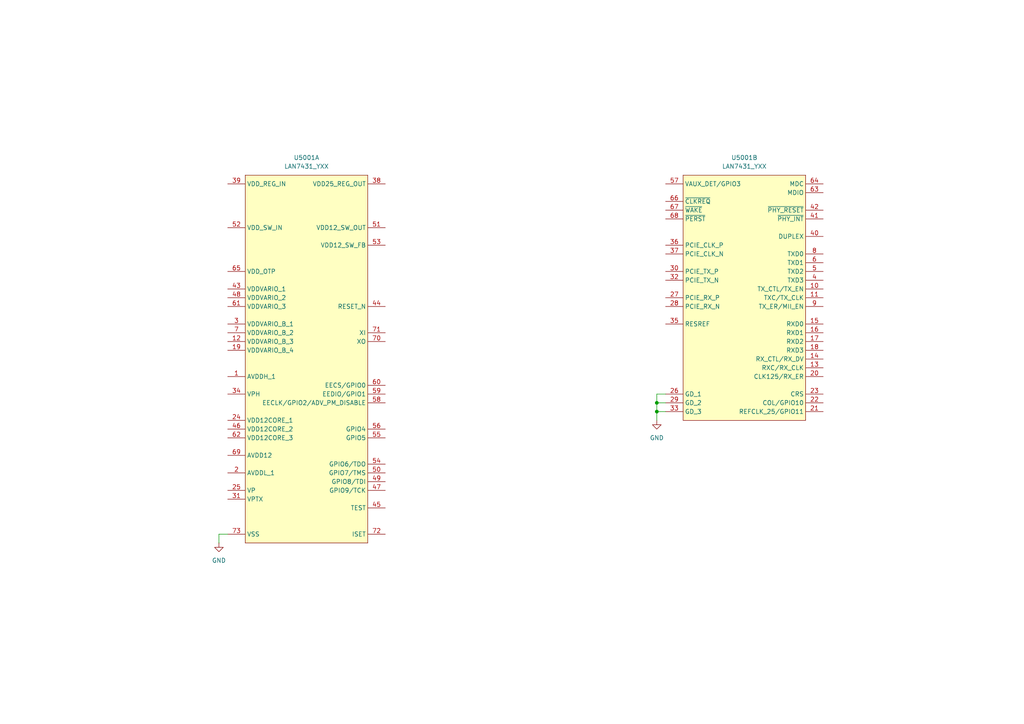
<source format=kicad_sch>
(kicad_sch
	(version 20250114)
	(generator "eeschema")
	(generator_version "9.0")
	(uuid "13a6a9fa-8967-4f5c-a1f9-086035fee7b9")
	(paper "A4")
	(lib_symbols
		(symbol "PCIE-FABRIC:LAN7431_YXX"
			(exclude_from_sim no)
			(in_bom yes)
			(on_board yes)
			(property "Reference" "U"
				(at 0 5.08 0)
				(effects
					(font
						(size 1.27 1.27)
					)
				)
			)
			(property "Value" "LAN7431_YXX"
				(at 0 2.54 0)
				(effects
					(font
						(size 1.27 1.27)
					)
				)
			)
			(property "Footprint" "QFN50P1000X1000X100-73N-D"
				(at -15.24 -109.22 0)
				(effects
					(font
						(size 1.27 1.27)
					)
					(justify left top)
					(hide yes)
				)
			)
			(property "Datasheet" "http://ww1.microchip.com/downloads/en/DeviceDoc/LAN7430-LAN7431-Data%20Sheet-DS00002631B.pdf"
				(at -55.88 -209.22 0)
				(effects
					(font
						(size 1.27 1.27)
					)
					(justify left top)
					(hide yes)
				)
			)
			(property "Description" "Ethernet ICs PCIe 3.1 2.5GT/s to RGMII Ethernet Bridge."
				(at 0 -113.03 0)
				(effects
					(font
						(size 1.27 1.27)
					)
					(hide yes)
				)
			)
			(property "Height" "1"
				(at 57.15 -359.36 0)
				(effects
					(font
						(size 1.27 1.27)
					)
					(justify left top)
					(hide yes)
				)
			)
			(property "Mouser Part Number" "579-LAN7431/YXX"
				(at 57.15 -459.36 0)
				(effects
					(font
						(size 1.27 1.27)
					)
					(justify left top)
					(hide yes)
				)
			)
			(property "Mouser Price/Stock" "https://www.mouser.co.uk/ProductDetail/Microchip-Technology-Atmel/LAN7431-YXX?qs=u16ybLDytRbE3sG7k2yfdw%3D%3D"
				(at 57.15 -559.36 0)
				(effects
					(font
						(size 1.27 1.27)
					)
					(justify left top)
					(hide yes)
				)
			)
			(property "Manufacturer_Name" "Microchip"
				(at 57.15 -659.36 0)
				(effects
					(font
						(size 1.27 1.27)
					)
					(justify left top)
					(hide yes)
				)
			)
			(property "Manufacturer_Part_Number" "LAN7431/YXX"
				(at 57.15 -759.36 0)
				(effects
					(font
						(size 1.27 1.27)
					)
					(justify left top)
					(hide yes)
				)
			)
			(property "ki_locked" ""
				(at 0 0 0)
				(effects
					(font
						(size 1.27 1.27)
					)
				)
			)
			(symbol "LAN7431_YXX_1_1"
				(rectangle
					(start -17.78 0)
					(end 17.78 -106.68)
					(stroke
						(width 0)
						(type solid)
					)
					(fill
						(type background)
					)
				)
				(pin power_in line
					(at -22.86 -2.54 0)
					(length 5.08)
					(name "VDD_REG_IN"
						(effects
							(font
								(size 1.27 1.27)
							)
						)
					)
					(number "39"
						(effects
							(font
								(size 1.27 1.27)
							)
						)
					)
				)
				(pin power_in line
					(at -22.86 -15.24 0)
					(length 5.08)
					(name "VDD_SW_IN"
						(effects
							(font
								(size 1.27 1.27)
							)
						)
					)
					(number "52"
						(effects
							(font
								(size 1.27 1.27)
							)
						)
					)
				)
				(pin power_in line
					(at -22.86 -27.94 0)
					(length 5.08)
					(name "VDD_OTP"
						(effects
							(font
								(size 1.27 1.27)
							)
						)
					)
					(number "65"
						(effects
							(font
								(size 1.27 1.27)
							)
						)
					)
				)
				(pin power_in line
					(at -22.86 -33.02 0)
					(length 5.08)
					(name "VDDVARIO_1"
						(effects
							(font
								(size 1.27 1.27)
							)
						)
					)
					(number "43"
						(effects
							(font
								(size 1.27 1.27)
							)
						)
					)
				)
				(pin power_in line
					(at -22.86 -35.56 0)
					(length 5.08)
					(name "VDDVARIO_2"
						(effects
							(font
								(size 1.27 1.27)
							)
						)
					)
					(number "48"
						(effects
							(font
								(size 1.27 1.27)
							)
						)
					)
				)
				(pin power_in line
					(at -22.86 -38.1 0)
					(length 5.08)
					(name "VDDVARIO_3"
						(effects
							(font
								(size 1.27 1.27)
							)
						)
					)
					(number "61"
						(effects
							(font
								(size 1.27 1.27)
							)
						)
					)
				)
				(pin power_in line
					(at -22.86 -43.18 0)
					(length 5.08)
					(name "VDDVARIO_B_1"
						(effects
							(font
								(size 1.27 1.27)
							)
						)
					)
					(number "3"
						(effects
							(font
								(size 1.27 1.27)
							)
						)
					)
				)
				(pin power_in line
					(at -22.86 -45.72 0)
					(length 5.08)
					(name "VDDVARIO_B_2"
						(effects
							(font
								(size 1.27 1.27)
							)
						)
					)
					(number "7"
						(effects
							(font
								(size 1.27 1.27)
							)
						)
					)
				)
				(pin power_in line
					(at -22.86 -48.26 0)
					(length 5.08)
					(name "VDDVARIO_B_3"
						(effects
							(font
								(size 1.27 1.27)
							)
						)
					)
					(number "12"
						(effects
							(font
								(size 1.27 1.27)
							)
						)
					)
				)
				(pin power_in line
					(at -22.86 -50.8 0)
					(length 5.08)
					(name "VDDVARIO_B_4"
						(effects
							(font
								(size 1.27 1.27)
							)
						)
					)
					(number "19"
						(effects
							(font
								(size 1.27 1.27)
							)
						)
					)
				)
				(pin power_in line
					(at -22.86 -58.42 0)
					(length 5.08)
					(name "AVDDH_1"
						(effects
							(font
								(size 1.27 1.27)
							)
						)
					)
					(number "1"
						(effects
							(font
								(size 1.27 1.27)
							)
						)
					)
				)
				(pin power_in line
					(at -22.86 -63.5 0)
					(length 5.08)
					(name "VPH"
						(effects
							(font
								(size 1.27 1.27)
							)
						)
					)
					(number "34"
						(effects
							(font
								(size 1.27 1.27)
							)
						)
					)
				)
				(pin power_in line
					(at -22.86 -71.12 0)
					(length 5.08)
					(name "VDD12CORE_1"
						(effects
							(font
								(size 1.27 1.27)
							)
						)
					)
					(number "24"
						(effects
							(font
								(size 1.27 1.27)
							)
						)
					)
				)
				(pin power_in line
					(at -22.86 -73.66 0)
					(length 5.08)
					(name "VDD12CORE_2"
						(effects
							(font
								(size 1.27 1.27)
							)
						)
					)
					(number "46"
						(effects
							(font
								(size 1.27 1.27)
							)
						)
					)
				)
				(pin power_in line
					(at -22.86 -76.2 0)
					(length 5.08)
					(name "VDD12CORE_3"
						(effects
							(font
								(size 1.27 1.27)
							)
						)
					)
					(number "62"
						(effects
							(font
								(size 1.27 1.27)
							)
						)
					)
				)
				(pin power_in line
					(at -22.86 -81.28 0)
					(length 5.08)
					(name "AVDD12"
						(effects
							(font
								(size 1.27 1.27)
							)
						)
					)
					(number "69"
						(effects
							(font
								(size 1.27 1.27)
							)
						)
					)
				)
				(pin power_in line
					(at -22.86 -86.36 0)
					(length 5.08)
					(name "AVDDL_1"
						(effects
							(font
								(size 1.27 1.27)
							)
						)
					)
					(number "2"
						(effects
							(font
								(size 1.27 1.27)
							)
						)
					)
				)
				(pin power_in line
					(at -22.86 -91.44 0)
					(length 5.08)
					(name "VP"
						(effects
							(font
								(size 1.27 1.27)
							)
						)
					)
					(number "25"
						(effects
							(font
								(size 1.27 1.27)
							)
						)
					)
				)
				(pin power_in line
					(at -22.86 -93.98 0)
					(length 5.08)
					(name "VPTX"
						(effects
							(font
								(size 1.27 1.27)
							)
						)
					)
					(number "31"
						(effects
							(font
								(size 1.27 1.27)
							)
						)
					)
				)
				(pin passive line
					(at -22.86 -104.14 0)
					(length 5.08)
					(name "VSS"
						(effects
							(font
								(size 1.27 1.27)
							)
						)
					)
					(number "73"
						(effects
							(font
								(size 1.27 1.27)
							)
						)
					)
				)
				(pin power_out line
					(at 22.86 -2.54 180)
					(length 5.08)
					(name "VDD25_REG_OUT"
						(effects
							(font
								(size 1.27 1.27)
							)
						)
					)
					(number "38"
						(effects
							(font
								(size 1.27 1.27)
							)
						)
					)
				)
				(pin power_out line
					(at 22.86 -15.24 180)
					(length 5.08)
					(name "VDD12_SW_OUT"
						(effects
							(font
								(size 1.27 1.27)
							)
						)
					)
					(number "51"
						(effects
							(font
								(size 1.27 1.27)
							)
						)
					)
				)
				(pin input line
					(at 22.86 -20.32 180)
					(length 5.08)
					(name "VDD12_SW_FB"
						(effects
							(font
								(size 1.27 1.27)
							)
						)
					)
					(number "53"
						(effects
							(font
								(size 1.27 1.27)
							)
						)
					)
				)
				(pin passive line
					(at 22.86 -38.1 180)
					(length 5.08)
					(name "RESET_N"
						(effects
							(font
								(size 1.27 1.27)
							)
						)
					)
					(number "44"
						(effects
							(font
								(size 1.27 1.27)
							)
						)
					)
				)
				(pin input line
					(at 22.86 -45.72 180)
					(length 5.08)
					(name "XI"
						(effects
							(font
								(size 1.27 1.27)
							)
						)
					)
					(number "71"
						(effects
							(font
								(size 1.27 1.27)
							)
						)
					)
				)
				(pin output line
					(at 22.86 -48.26 180)
					(length 5.08)
					(name "XO"
						(effects
							(font
								(size 1.27 1.27)
							)
						)
					)
					(number "70"
						(effects
							(font
								(size 1.27 1.27)
							)
						)
					)
				)
				(pin output line
					(at 22.86 -60.96 180)
					(length 5.08)
					(name "EECS/GPIO0"
						(effects
							(font
								(size 1.27 1.27)
							)
						)
					)
					(number "60"
						(effects
							(font
								(size 1.27 1.27)
							)
						)
					)
				)
				(pin bidirectional line
					(at 22.86 -63.5 180)
					(length 5.08)
					(name "EEDIO/GPIO1"
						(effects
							(font
								(size 1.27 1.27)
							)
						)
					)
					(number "59"
						(effects
							(font
								(size 1.27 1.27)
							)
						)
					)
				)
				(pin bidirectional line
					(at 22.86 -66.04 180)
					(length 5.08)
					(name "EECLK/GPIO2/ADV_PM_DISABLE"
						(effects
							(font
								(size 1.27 1.27)
							)
						)
					)
					(number "58"
						(effects
							(font
								(size 1.27 1.27)
							)
						)
					)
				)
				(pin bidirectional line
					(at 22.86 -73.66 180)
					(length 5.08)
					(name "GPIO4"
						(effects
							(font
								(size 1.27 1.27)
							)
						)
					)
					(number "56"
						(effects
							(font
								(size 1.27 1.27)
							)
						)
					)
				)
				(pin bidirectional line
					(at 22.86 -76.2 180)
					(length 5.08)
					(name "GPIO5"
						(effects
							(font
								(size 1.27 1.27)
							)
						)
					)
					(number "55"
						(effects
							(font
								(size 1.27 1.27)
							)
						)
					)
				)
				(pin bidirectional line
					(at 22.86 -83.82 180)
					(length 5.08)
					(name "GPIO6/TDO"
						(effects
							(font
								(size 1.27 1.27)
							)
						)
					)
					(number "54"
						(effects
							(font
								(size 1.27 1.27)
							)
						)
					)
				)
				(pin bidirectional line
					(at 22.86 -86.36 180)
					(length 5.08)
					(name "GPIO7/TMS"
						(effects
							(font
								(size 1.27 1.27)
							)
						)
					)
					(number "50"
						(effects
							(font
								(size 1.27 1.27)
							)
						)
					)
				)
				(pin bidirectional line
					(at 22.86 -88.9 180)
					(length 5.08)
					(name "GPIO8/TDI"
						(effects
							(font
								(size 1.27 1.27)
							)
						)
					)
					(number "49"
						(effects
							(font
								(size 1.27 1.27)
							)
						)
					)
				)
				(pin bidirectional line
					(at 22.86 -91.44 180)
					(length 5.08)
					(name "GPIO9/TCK"
						(effects
							(font
								(size 1.27 1.27)
							)
						)
					)
					(number "47"
						(effects
							(font
								(size 1.27 1.27)
							)
						)
					)
				)
				(pin passive line
					(at 22.86 -96.52 180)
					(length 5.08)
					(name "TEST"
						(effects
							(font
								(size 1.27 1.27)
							)
						)
					)
					(number "45"
						(effects
							(font
								(size 1.27 1.27)
							)
						)
					)
				)
				(pin passive line
					(at 22.86 -104.14 180)
					(length 5.08)
					(name "ISET"
						(effects
							(font
								(size 1.27 1.27)
							)
						)
					)
					(number "72"
						(effects
							(font
								(size 1.27 1.27)
							)
						)
					)
				)
			)
			(symbol "LAN7431_YXX_2_1"
				(rectangle
					(start -17.78 0)
					(end 17.78 -71.12)
					(stroke
						(width 0)
						(type solid)
					)
					(fill
						(type background)
					)
				)
				(pin input line
					(at -22.86 -2.54 0)
					(length 5.08)
					(name "VAUX_DET/GPIO3"
						(effects
							(font
								(size 1.27 1.27)
							)
						)
					)
					(number "57"
						(effects
							(font
								(size 1.27 1.27)
							)
						)
					)
				)
				(pin bidirectional line
					(at -22.86 -7.62 0)
					(length 5.08)
					(name "~{CLKREQ}"
						(effects
							(font
								(size 1.27 1.27)
							)
						)
					)
					(number "66"
						(effects
							(font
								(size 1.27 1.27)
							)
						)
					)
				)
				(pin input line
					(at -22.86 -10.16 0)
					(length 5.08)
					(name "~{WAKE}"
						(effects
							(font
								(size 1.27 1.27)
							)
						)
					)
					(number "67"
						(effects
							(font
								(size 1.27 1.27)
							)
						)
					)
				)
				(pin input line
					(at -22.86 -12.7 0)
					(length 5.08)
					(name "~{PERST}"
						(effects
							(font
								(size 1.27 1.27)
							)
						)
					)
					(number "68"
						(effects
							(font
								(size 1.27 1.27)
							)
						)
					)
				)
				(pin input line
					(at -22.86 -20.32 0)
					(length 5.08)
					(name "PCIE_CLK_P"
						(effects
							(font
								(size 1.27 1.27)
							)
						)
					)
					(number "36"
						(effects
							(font
								(size 1.27 1.27)
							)
						)
					)
				)
				(pin input line
					(at -22.86 -22.86 0)
					(length 5.08)
					(name "PCIE_CLK_N"
						(effects
							(font
								(size 1.27 1.27)
							)
						)
					)
					(number "37"
						(effects
							(font
								(size 1.27 1.27)
							)
						)
					)
				)
				(pin output line
					(at -22.86 -27.94 0)
					(length 5.08)
					(name "PCIE_TX_P"
						(effects
							(font
								(size 1.27 1.27)
							)
						)
					)
					(number "30"
						(effects
							(font
								(size 1.27 1.27)
							)
						)
					)
				)
				(pin output line
					(at -22.86 -30.48 0)
					(length 5.08)
					(name "PCIE_TX_N"
						(effects
							(font
								(size 1.27 1.27)
							)
						)
					)
					(number "32"
						(effects
							(font
								(size 1.27 1.27)
							)
						)
					)
				)
				(pin input line
					(at -22.86 -35.56 0)
					(length 5.08)
					(name "PCIE_RX_P"
						(effects
							(font
								(size 1.27 1.27)
							)
						)
					)
					(number "27"
						(effects
							(font
								(size 1.27 1.27)
							)
						)
					)
				)
				(pin input line
					(at -22.86 -38.1 0)
					(length 5.08)
					(name "PCIE_RX_N"
						(effects
							(font
								(size 1.27 1.27)
							)
						)
					)
					(number "28"
						(effects
							(font
								(size 1.27 1.27)
							)
						)
					)
				)
				(pin input line
					(at -22.86 -43.18 0)
					(length 5.08)
					(name "RESREF"
						(effects
							(font
								(size 1.27 1.27)
							)
						)
					)
					(number "35"
						(effects
							(font
								(size 1.27 1.27)
							)
						)
					)
				)
				(pin passive line
					(at -22.86 -63.5 0)
					(length 5.08)
					(name "GD_1"
						(effects
							(font
								(size 1.27 1.27)
							)
						)
					)
					(number "26"
						(effects
							(font
								(size 1.27 1.27)
							)
						)
					)
				)
				(pin passive line
					(at -22.86 -66.04 0)
					(length 5.08)
					(name "GD_2"
						(effects
							(font
								(size 1.27 1.27)
							)
						)
					)
					(number "29"
						(effects
							(font
								(size 1.27 1.27)
							)
						)
					)
				)
				(pin passive line
					(at -22.86 -68.58 0)
					(length 5.08)
					(name "GD_3"
						(effects
							(font
								(size 1.27 1.27)
							)
						)
					)
					(number "33"
						(effects
							(font
								(size 1.27 1.27)
							)
						)
					)
				)
				(pin output line
					(at 22.86 -2.54 180)
					(length 5.08)
					(name "MDC"
						(effects
							(font
								(size 1.27 1.27)
							)
						)
					)
					(number "64"
						(effects
							(font
								(size 1.27 1.27)
							)
						)
					)
				)
				(pin bidirectional line
					(at 22.86 -5.08 180)
					(length 5.08)
					(name "MDIO"
						(effects
							(font
								(size 1.27 1.27)
							)
						)
					)
					(number "63"
						(effects
							(font
								(size 1.27 1.27)
							)
						)
					)
				)
				(pin output line
					(at 22.86 -10.16 180)
					(length 5.08)
					(name "~{PHY_RESET}"
						(effects
							(font
								(size 1.27 1.27)
							)
						)
					)
					(number "42"
						(effects
							(font
								(size 1.27 1.27)
							)
						)
					)
				)
				(pin input line
					(at 22.86 -12.7 180)
					(length 5.08)
					(name "~{PHY_INT}"
						(effects
							(font
								(size 1.27 1.27)
							)
						)
					)
					(number "41"
						(effects
							(font
								(size 1.27 1.27)
							)
						)
					)
				)
				(pin input line
					(at 22.86 -17.78 180)
					(length 5.08)
					(name "DUPLEX"
						(effects
							(font
								(size 1.27 1.27)
							)
						)
					)
					(number "40"
						(effects
							(font
								(size 1.27 1.27)
							)
						)
					)
				)
				(pin output line
					(at 22.86 -22.86 180)
					(length 5.08)
					(name "TXD0"
						(effects
							(font
								(size 1.27 1.27)
							)
						)
					)
					(number "8"
						(effects
							(font
								(size 1.27 1.27)
							)
						)
					)
				)
				(pin output line
					(at 22.86 -25.4 180)
					(length 5.08)
					(name "TXD1"
						(effects
							(font
								(size 1.27 1.27)
							)
						)
					)
					(number "6"
						(effects
							(font
								(size 1.27 1.27)
							)
						)
					)
				)
				(pin output line
					(at 22.86 -27.94 180)
					(length 5.08)
					(name "TXD2"
						(effects
							(font
								(size 1.27 1.27)
							)
						)
					)
					(number "5"
						(effects
							(font
								(size 1.27 1.27)
							)
						)
					)
				)
				(pin output line
					(at 22.86 -30.48 180)
					(length 5.08)
					(name "TXD3"
						(effects
							(font
								(size 1.27 1.27)
							)
						)
					)
					(number "4"
						(effects
							(font
								(size 1.27 1.27)
							)
						)
					)
				)
				(pin output line
					(at 22.86 -33.02 180)
					(length 5.08)
					(name "TX_CTL/TX_EN"
						(effects
							(font
								(size 1.27 1.27)
							)
						)
					)
					(number "10"
						(effects
							(font
								(size 1.27 1.27)
							)
						)
					)
				)
				(pin output line
					(at 22.86 -35.56 180)
					(length 5.08)
					(name "TXC/TX_CLK"
						(effects
							(font
								(size 1.27 1.27)
							)
						)
					)
					(number "11"
						(effects
							(font
								(size 1.27 1.27)
							)
						)
					)
				)
				(pin output line
					(at 22.86 -38.1 180)
					(length 5.08)
					(name "TX_ER/MII_EN"
						(effects
							(font
								(size 1.27 1.27)
							)
						)
					)
					(number "9"
						(effects
							(font
								(size 1.27 1.27)
							)
						)
					)
				)
				(pin input line
					(at 22.86 -43.18 180)
					(length 5.08)
					(name "RXD0"
						(effects
							(font
								(size 1.27 1.27)
							)
						)
					)
					(number "15"
						(effects
							(font
								(size 1.27 1.27)
							)
						)
					)
				)
				(pin input line
					(at 22.86 -45.72 180)
					(length 5.08)
					(name "RXD1"
						(effects
							(font
								(size 1.27 1.27)
							)
						)
					)
					(number "16"
						(effects
							(font
								(size 1.27 1.27)
							)
						)
					)
				)
				(pin input line
					(at 22.86 -48.26 180)
					(length 5.08)
					(name "RXD2"
						(effects
							(font
								(size 1.27 1.27)
							)
						)
					)
					(number "17"
						(effects
							(font
								(size 1.27 1.27)
							)
						)
					)
				)
				(pin input line
					(at 22.86 -50.8 180)
					(length 5.08)
					(name "RXD3"
						(effects
							(font
								(size 1.27 1.27)
							)
						)
					)
					(number "18"
						(effects
							(font
								(size 1.27 1.27)
							)
						)
					)
				)
				(pin input line
					(at 22.86 -53.34 180)
					(length 5.08)
					(name "RX_CTL/RX_DV"
						(effects
							(font
								(size 1.27 1.27)
							)
						)
					)
					(number "14"
						(effects
							(font
								(size 1.27 1.27)
							)
						)
					)
				)
				(pin input line
					(at 22.86 -55.88 180)
					(length 5.08)
					(name "RXC/RX_CLK"
						(effects
							(font
								(size 1.27 1.27)
							)
						)
					)
					(number "13"
						(effects
							(font
								(size 1.27 1.27)
							)
						)
					)
				)
				(pin input line
					(at 22.86 -58.42 180)
					(length 5.08)
					(name "CLK125/RX_ER"
						(effects
							(font
								(size 1.27 1.27)
							)
						)
					)
					(number "20"
						(effects
							(font
								(size 1.27 1.27)
							)
						)
					)
				)
				(pin input line
					(at 22.86 -63.5 180)
					(length 5.08)
					(name "CRS"
						(effects
							(font
								(size 1.27 1.27)
							)
						)
					)
					(number "23"
						(effects
							(font
								(size 1.27 1.27)
							)
						)
					)
				)
				(pin input line
					(at 22.86 -66.04 180)
					(length 5.08)
					(name "COL/GPIO10"
						(effects
							(font
								(size 1.27 1.27)
							)
						)
					)
					(number "22"
						(effects
							(font
								(size 1.27 1.27)
							)
						)
					)
				)
				(pin output line
					(at 22.86 -68.58 180)
					(length 5.08)
					(name "REFCLK_25/GPIO11"
						(effects
							(font
								(size 1.27 1.27)
							)
						)
					)
					(number "21"
						(effects
							(font
								(size 1.27 1.27)
							)
						)
					)
				)
			)
			(embedded_fonts no)
		)
		(symbol "power:GND"
			(power)
			(pin_numbers
				(hide yes)
			)
			(pin_names
				(offset 0)
				(hide yes)
			)
			(exclude_from_sim no)
			(in_bom yes)
			(on_board yes)
			(property "Reference" "#PWR"
				(at 0 -6.35 0)
				(effects
					(font
						(size 1.27 1.27)
					)
					(hide yes)
				)
			)
			(property "Value" "GND"
				(at 0 -3.81 0)
				(effects
					(font
						(size 1.27 1.27)
					)
				)
			)
			(property "Footprint" ""
				(at 0 0 0)
				(effects
					(font
						(size 1.27 1.27)
					)
					(hide yes)
				)
			)
			(property "Datasheet" ""
				(at 0 0 0)
				(effects
					(font
						(size 1.27 1.27)
					)
					(hide yes)
				)
			)
			(property "Description" "Power symbol creates a global label with name \"GND\" , ground"
				(at 0 0 0)
				(effects
					(font
						(size 1.27 1.27)
					)
					(hide yes)
				)
			)
			(property "ki_keywords" "global power"
				(at 0 0 0)
				(effects
					(font
						(size 1.27 1.27)
					)
					(hide yes)
				)
			)
			(symbol "GND_0_1"
				(polyline
					(pts
						(xy 0 0) (xy 0 -1.27) (xy 1.27 -1.27) (xy 0 -2.54) (xy -1.27 -1.27) (xy 0 -1.27)
					)
					(stroke
						(width 0)
						(type default)
					)
					(fill
						(type none)
					)
				)
			)
			(symbol "GND_1_1"
				(pin power_in line
					(at 0 0 270)
					(length 0)
					(name "~"
						(effects
							(font
								(size 1.27 1.27)
							)
						)
					)
					(number "1"
						(effects
							(font
								(size 1.27 1.27)
							)
						)
					)
				)
			)
			(embedded_fonts no)
		)
	)
	(junction
		(at 190.5 116.84)
		(diameter 0)
		(color 0 0 0 0)
		(uuid "5579379e-4ef7-45ee-9deb-d948237cfec9")
	)
	(junction
		(at 190.5 119.38)
		(diameter 0)
		(color 0 0 0 0)
		(uuid "7509a336-b2b7-421b-a051-42775d012d56")
	)
	(wire
		(pts
			(xy 190.5 119.38) (xy 193.04 119.38)
		)
		(stroke
			(width 0)
			(type default)
		)
		(uuid "204a11f9-3692-4ca3-b507-c23fefa2f6cc")
	)
	(wire
		(pts
			(xy 190.5 116.84) (xy 193.04 116.84)
		)
		(stroke
			(width 0)
			(type default)
		)
		(uuid "3a7e6ce9-ab31-4942-9ef8-a7cfcb31b7c3")
	)
	(wire
		(pts
			(xy 193.04 114.3) (xy 190.5 114.3)
		)
		(stroke
			(width 0)
			(type default)
		)
		(uuid "66bf394a-9845-456d-a73b-7cd827d7fcbc")
	)
	(wire
		(pts
			(xy 63.5 154.94) (xy 66.04 154.94)
		)
		(stroke
			(width 0)
			(type default)
		)
		(uuid "878069dd-263e-4501-a275-450cbbf49a22")
	)
	(wire
		(pts
			(xy 63.5 157.48) (xy 63.5 154.94)
		)
		(stroke
			(width 0)
			(type default)
		)
		(uuid "b7cab618-39ea-443f-9b6c-19a71007aba0")
	)
	(wire
		(pts
			(xy 190.5 119.38) (xy 190.5 121.92)
		)
		(stroke
			(width 0)
			(type default)
		)
		(uuid "bbbd3e54-9f80-43b2-8e23-5ad79a47db41")
	)
	(wire
		(pts
			(xy 190.5 116.84) (xy 190.5 119.38)
		)
		(stroke
			(width 0)
			(type default)
		)
		(uuid "c6b47d2f-96a1-44b2-9380-ae3dfa233d7c")
	)
	(wire
		(pts
			(xy 190.5 114.3) (xy 190.5 116.84)
		)
		(stroke
			(width 0)
			(type default)
		)
		(uuid "d4383916-d2ef-4d6e-8d4c-c41a55eb35a2")
	)
	(symbol
		(lib_id "PCIE-FABRIC:LAN7431_YXX")
		(at 215.9 50.8 0)
		(unit 2)
		(exclude_from_sim no)
		(in_bom yes)
		(on_board yes)
		(dnp no)
		(fields_autoplaced yes)
		(uuid "51d2c2e4-d39d-4c5f-ac68-a5c93df1240d")
		(property "Reference" "U5001"
			(at 215.9 45.72 0)
			(effects
				(font
					(size 1.27 1.27)
				)
			)
		)
		(property "Value" "LAN7431_YXX"
			(at 215.9 48.26 0)
			(effects
				(font
					(size 1.27 1.27)
				)
			)
		)
		(property "Footprint" "QFN50P1000X1000X100-73N-D"
			(at 200.66 160.02 0)
			(effects
				(font
					(size 1.27 1.27)
				)
				(justify left top)
				(hide yes)
			)
		)
		(property "Datasheet" "http://ww1.microchip.com/downloads/en/DeviceDoc/LAN7430-LAN7431-Data%20Sheet-DS00002631B.pdf"
			(at 160.02 260.02 0)
			(effects
				(font
					(size 1.27 1.27)
				)
				(justify left top)
				(hide yes)
			)
		)
		(property "Description" "Ethernet ICs PCIe 3.1 2.5GT/s to RGMII Ethernet Bridge."
			(at 215.9 163.83 0)
			(effects
				(font
					(size 1.27 1.27)
				)
				(hide yes)
			)
		)
		(property "Height" "1"
			(at 273.05 410.16 0)
			(effects
				(font
					(size 1.27 1.27)
				)
				(justify left top)
				(hide yes)
			)
		)
		(property "Mouser Part Number" "579-LAN7431/YXX"
			(at 273.05 510.16 0)
			(effects
				(font
					(size 1.27 1.27)
				)
				(justify left top)
				(hide yes)
			)
		)
		(property "Mouser Price/Stock" "https://www.mouser.co.uk/ProductDetail/Microchip-Technology-Atmel/LAN7431-YXX?qs=u16ybLDytRbE3sG7k2yfdw%3D%3D"
			(at 273.05 610.16 0)
			(effects
				(font
					(size 1.27 1.27)
				)
				(justify left top)
				(hide yes)
			)
		)
		(property "Manufacturer_Name" "Microchip"
			(at 273.05 710.16 0)
			(effects
				(font
					(size 1.27 1.27)
				)
				(justify left top)
				(hide yes)
			)
		)
		(property "Manufacturer_Part_Number" "LAN7431/YXX"
			(at 273.05 810.16 0)
			(effects
				(font
					(size 1.27 1.27)
				)
				(justify left top)
				(hide yes)
			)
		)
		(pin "12"
			(uuid "e2d6cd87-2c8a-41ff-a334-d55f5c6423b9")
		)
		(pin "62"
			(uuid "bf9cb7c5-8fb9-4621-b0f6-8d4aa7878aa4")
		)
		(pin "52"
			(uuid "eda4fc63-4b0e-4a7f-b0b5-66b0945c8d40")
		)
		(pin "61"
			(uuid "3c3554c5-0986-425c-a6e9-7157110a4aab")
		)
		(pin "31"
			(uuid "3f088076-426d-416f-ac2a-d160984a7539")
		)
		(pin "53"
			(uuid "2006f0de-dfcf-4fe6-9954-0e74a69aab32")
		)
		(pin "70"
			(uuid "0aa01e91-2cb7-4ab2-8916-578e1b13fda3")
		)
		(pin "58"
			(uuid "f8d8f0e9-8bc2-4f1c-8810-83c44fb09fa4")
		)
		(pin "56"
			(uuid "204d1842-c25c-4d2c-a80e-63f806ea11e9")
		)
		(pin "50"
			(uuid "a8f70984-3864-4eb6-a27c-2d26b55de3a0")
		)
		(pin "43"
			(uuid "c7501dbb-ff88-4419-a316-cb3e9d5477c5")
		)
		(pin "38"
			(uuid "cdd00598-a72e-4218-a2be-2fa3c577f7f6")
		)
		(pin "60"
			(uuid "e34d2339-364c-451e-be2a-5399c808f4d1")
		)
		(pin "65"
			(uuid "0cf9b264-4445-4f49-9cd3-12d21a133d0d")
		)
		(pin "7"
			(uuid "dc498819-14fc-4f04-b7e9-3b7ac979dd04")
		)
		(pin "1"
			(uuid "ae657093-6f20-49f6-a341-c307b207f5ec")
		)
		(pin "73"
			(uuid "7dee09a9-002b-4211-bdf1-6e1cdb8ed27e")
		)
		(pin "44"
			(uuid "40da673e-5ccd-42e3-985f-c8161592ddf6")
		)
		(pin "19"
			(uuid "075796c8-212d-467b-917d-74338c26e78b")
		)
		(pin "68"
			(uuid "2f922e04-f26d-40a6-bf25-4366c5dbddde")
		)
		(pin "46"
			(uuid "1a85be1a-5261-4dd9-a7cd-a8a1dd7dd946")
		)
		(pin "3"
			(uuid "16a1d8d3-ad8b-4efe-950a-7fca19c34de9")
		)
		(pin "48"
			(uuid "94356f88-b518-43a3-bb80-4f1457781190")
		)
		(pin "34"
			(uuid "7adce4f6-7395-43a4-9149-ffc958175b25")
		)
		(pin "39"
			(uuid "936327a6-3686-4e88-aeeb-596166e706a2")
		)
		(pin "24"
			(uuid "8d18140d-83dd-48c2-9391-25608c94d393")
		)
		(pin "69"
			(uuid "cc03e43c-c010-48a1-8448-3b5c5d2ddce7")
		)
		(pin "2"
			(uuid "bc96f7e5-33ee-4397-9381-ec0ebba5acd1")
		)
		(pin "25"
			(uuid "0c5e63f8-0d1a-46d4-8f40-082ba5d514e9")
		)
		(pin "51"
			(uuid "6a8d452b-d741-4b69-b7b9-2ab80ab8407e")
		)
		(pin "71"
			(uuid "ff145760-dacb-4548-8d55-4d228ba61fab")
		)
		(pin "59"
			(uuid "646bb2be-59ba-4467-8ef5-9013f7c3f3ac")
		)
		(pin "55"
			(uuid "2adfc56d-7d81-4f4f-b69b-5439be46e8df")
		)
		(pin "54"
			(uuid "04a47a20-e154-47a2-820e-94c9430c835b")
		)
		(pin "49"
			(uuid "9c30006d-fc5e-497f-9db5-cb6e68a17c3a")
		)
		(pin "47"
			(uuid "e699b25e-df09-4199-88ba-7a7336210d6e")
		)
		(pin "45"
			(uuid "9896d50f-9c34-4f52-a2d8-1b72f8863d12")
		)
		(pin "72"
			(uuid "89dffb68-eb57-4b33-ba6c-ef2c1599ea5f")
		)
		(pin "57"
			(uuid "f884a7db-3d78-474f-b8ce-24eda74eaf89")
		)
		(pin "66"
			(uuid "155dabb1-9fb2-4008-a30d-1e69204b7903")
		)
		(pin "67"
			(uuid "03d8ef75-863f-4f06-b423-d6feb5e977a7")
		)
		(pin "36"
			(uuid "4adecfb6-9739-46b2-baa1-fd403fb1ca3a")
		)
		(pin "28"
			(uuid "b0538fe6-0107-44bf-993e-f1cd3dcb9840")
		)
		(pin "26"
			(uuid "ebceb3b4-a309-4bcd-9dba-34e2fd1f8964")
		)
		(pin "35"
			(uuid "c8a95a22-f537-4ea6-8a7b-b334d9ec6d76")
		)
		(pin "29"
			(uuid "79278c90-fef6-4f5d-8f01-13916ecd4bd6")
		)
		(pin "33"
			(uuid "65ac23ea-c30e-475e-a1ca-bb7f2aa7014a")
		)
		(pin "37"
			(uuid "d0a7771c-3923-4e0d-8071-69a63837d3c3")
		)
		(pin "30"
			(uuid "02ce7809-cc70-4816-81b9-7dfbc6203f60")
		)
		(pin "32"
			(uuid "577d2583-e095-4fa6-b75d-949a018cfb8a")
		)
		(pin "27"
			(uuid "c7c21479-13f4-4a05-8dd3-e8a790420f5a")
		)
		(pin "64"
			(uuid "abe40303-b30b-4e23-8607-2645316de6ff")
		)
		(pin "41"
			(uuid "1bf98542-3a64-4ed3-b646-2296de9ba4a4")
		)
		(pin "8"
			(uuid "34150e1b-8625-429f-b480-fb8c8a80267c")
		)
		(pin "10"
			(uuid "04c4d1dc-0d7d-4828-845d-467cb583618d")
		)
		(pin "63"
			(uuid "d4cba121-eb27-443e-a7b6-9c692fd5f199")
		)
		(pin "42"
			(uuid "64131e3f-1dbb-4878-b74d-208466a79a15")
		)
		(pin "40"
			(uuid "b387c195-f8b0-403e-a31f-442945b35e96")
		)
		(pin "6"
			(uuid "8493e718-9c6a-4b00-96f0-1117fa3cd16e")
		)
		(pin "5"
			(uuid "807afe71-a3cb-42e0-936d-cd104acb90d5")
		)
		(pin "4"
			(uuid "ea154d8d-9300-4343-bb7e-0ba7775c7626")
		)
		(pin "16"
			(uuid "4f889819-4e98-45c7-91a9-a75a3acf6f48")
		)
		(pin "23"
			(uuid "9b302ff4-00b5-4d58-8147-dfc7cc55ae58")
		)
		(pin "11"
			(uuid "f7232b27-b898-4230-8f1d-5837c3f3dcea")
		)
		(pin "22"
			(uuid "9ffc5e81-196e-4f00-9c59-c31aed985ea2")
		)
		(pin "9"
			(uuid "15eff1c0-159b-4c73-bdde-407bdfd90cb9")
		)
		(pin "17"
			(uuid "35f4fb60-7a6f-4e43-a906-eb9e414f2ae9")
		)
		(pin "21"
			(uuid "9c66f0a1-6320-4dfa-adf4-bbc5fa8964e4")
		)
		(pin "20"
			(uuid "c002bfe5-8045-4fc1-8fb7-22a526f79d32")
		)
		(pin "18"
			(uuid "9f5b0877-c117-4fe1-813b-f6549a655a98")
		)
		(pin "13"
			(uuid "88fa8a0f-70cd-44c7-9ac1-8454866c81d5")
		)
		(pin "15"
			(uuid "505ca145-a70d-4465-b7df-1e8f89b17abc")
		)
		(pin "14"
			(uuid "5ba982e7-84d6-4f78-804f-6d703eba9e95")
		)
		(instances
			(project ""
				(path "/f91ec272-d09a-4038-bbbb-962739a92c51/7a23ea06-3a48-4c8b-a1af-badba9e1a127"
					(reference "U5001")
					(unit 2)
				)
			)
		)
	)
	(symbol
		(lib_id "power:GND")
		(at 190.5 121.92 0)
		(unit 1)
		(exclude_from_sim no)
		(in_bom yes)
		(on_board yes)
		(dnp no)
		(fields_autoplaced yes)
		(uuid "6f81ce9c-86b4-45ce-af55-75ca733f6bf1")
		(property "Reference" "#PWR05001"
			(at 190.5 128.27 0)
			(effects
				(font
					(size 1.27 1.27)
				)
				(hide yes)
			)
		)
		(property "Value" "GND"
			(at 190.5 127 0)
			(effects
				(font
					(size 1.27 1.27)
				)
			)
		)
		(property "Footprint" ""
			(at 190.5 121.92 0)
			(effects
				(font
					(size 1.27 1.27)
				)
				(hide yes)
			)
		)
		(property "Datasheet" ""
			(at 190.5 121.92 0)
			(effects
				(font
					(size 1.27 1.27)
				)
				(hide yes)
			)
		)
		(property "Description" "Power symbol creates a global label with name \"GND\" , ground"
			(at 190.5 121.92 0)
			(effects
				(font
					(size 1.27 1.27)
				)
				(hide yes)
			)
		)
		(pin "1"
			(uuid "8bfb29b3-149b-4b4b-bf8c-57d73660c04e")
		)
		(instances
			(project ""
				(path "/f91ec272-d09a-4038-bbbb-962739a92c51/7a23ea06-3a48-4c8b-a1af-badba9e1a127"
					(reference "#PWR05001")
					(unit 1)
				)
			)
		)
	)
	(symbol
		(lib_id "PCIE-FABRIC:LAN7431_YXX")
		(at 88.9 50.8 0)
		(unit 1)
		(exclude_from_sim no)
		(in_bom yes)
		(on_board yes)
		(dnp no)
		(fields_autoplaced yes)
		(uuid "a0ecc1ec-aca5-488e-9a78-78ebce683a8c")
		(property "Reference" "U5001"
			(at 88.9 45.72 0)
			(effects
				(font
					(size 1.27 1.27)
				)
			)
		)
		(property "Value" "LAN7431_YXX"
			(at 88.9 48.26 0)
			(effects
				(font
					(size 1.27 1.27)
				)
			)
		)
		(property "Footprint" "QFN50P1000X1000X100-73N-D"
			(at 73.66 160.02 0)
			(effects
				(font
					(size 1.27 1.27)
				)
				(justify left top)
				(hide yes)
			)
		)
		(property "Datasheet" "http://ww1.microchip.com/downloads/en/DeviceDoc/LAN7430-LAN7431-Data%20Sheet-DS00002631B.pdf"
			(at 33.02 260.02 0)
			(effects
				(font
					(size 1.27 1.27)
				)
				(justify left top)
				(hide yes)
			)
		)
		(property "Description" "Ethernet ICs PCIe 3.1 2.5GT/s to RGMII Ethernet Bridge."
			(at 88.9 163.83 0)
			(effects
				(font
					(size 1.27 1.27)
				)
				(hide yes)
			)
		)
		(property "Height" "1"
			(at 146.05 410.16 0)
			(effects
				(font
					(size 1.27 1.27)
				)
				(justify left top)
				(hide yes)
			)
		)
		(property "Mouser Part Number" "579-LAN7431/YXX"
			(at 146.05 510.16 0)
			(effects
				(font
					(size 1.27 1.27)
				)
				(justify left top)
				(hide yes)
			)
		)
		(property "Mouser Price/Stock" "https://www.mouser.co.uk/ProductDetail/Microchip-Technology-Atmel/LAN7431-YXX?qs=u16ybLDytRbE3sG7k2yfdw%3D%3D"
			(at 146.05 610.16 0)
			(effects
				(font
					(size 1.27 1.27)
				)
				(justify left top)
				(hide yes)
			)
		)
		(property "Manufacturer_Name" "Microchip"
			(at 146.05 710.16 0)
			(effects
				(font
					(size 1.27 1.27)
				)
				(justify left top)
				(hide yes)
			)
		)
		(property "Manufacturer_Part_Number" "LAN7431/YXX"
			(at 146.05 810.16 0)
			(effects
				(font
					(size 1.27 1.27)
				)
				(justify left top)
				(hide yes)
			)
		)
		(pin "12"
			(uuid "e2d6cd87-2c8a-41ff-a334-d55f5c6423b9")
		)
		(pin "62"
			(uuid "bf9cb7c5-8fb9-4621-b0f6-8d4aa7878aa4")
		)
		(pin "52"
			(uuid "eda4fc63-4b0e-4a7f-b0b5-66b0945c8d40")
		)
		(pin "61"
			(uuid "3c3554c5-0986-425c-a6e9-7157110a4aab")
		)
		(pin "31"
			(uuid "3f088076-426d-416f-ac2a-d160984a7539")
		)
		(pin "53"
			(uuid "2006f0de-dfcf-4fe6-9954-0e74a69aab32")
		)
		(pin "70"
			(uuid "0aa01e91-2cb7-4ab2-8916-578e1b13fda3")
		)
		(pin "58"
			(uuid "f8d8f0e9-8bc2-4f1c-8810-83c44fb09fa4")
		)
		(pin "56"
			(uuid "204d1842-c25c-4d2c-a80e-63f806ea11e9")
		)
		(pin "50"
			(uuid "a8f70984-3864-4eb6-a27c-2d26b55de3a0")
		)
		(pin "43"
			(uuid "c7501dbb-ff88-4419-a316-cb3e9d5477c5")
		)
		(pin "38"
			(uuid "cdd00598-a72e-4218-a2be-2fa3c577f7f6")
		)
		(pin "60"
			(uuid "e34d2339-364c-451e-be2a-5399c808f4d1")
		)
		(pin "65"
			(uuid "0cf9b264-4445-4f49-9cd3-12d21a133d0d")
		)
		(pin "7"
			(uuid "dc498819-14fc-4f04-b7e9-3b7ac979dd04")
		)
		(pin "1"
			(uuid "ae657093-6f20-49f6-a341-c307b207f5ec")
		)
		(pin "73"
			(uuid "7dee09a9-002b-4211-bdf1-6e1cdb8ed27e")
		)
		(pin "44"
			(uuid "40da673e-5ccd-42e3-985f-c8161592ddf6")
		)
		(pin "19"
			(uuid "075796c8-212d-467b-917d-74338c26e78b")
		)
		(pin "68"
			(uuid "2f922e04-f26d-40a6-bf25-4366c5dbddde")
		)
		(pin "46"
			(uuid "1a85be1a-5261-4dd9-a7cd-a8a1dd7dd946")
		)
		(pin "3"
			(uuid "16a1d8d3-ad8b-4efe-950a-7fca19c34de9")
		)
		(pin "48"
			(uuid "94356f88-b518-43a3-bb80-4f1457781190")
		)
		(pin "34"
			(uuid "7adce4f6-7395-43a4-9149-ffc958175b25")
		)
		(pin "39"
			(uuid "936327a6-3686-4e88-aeeb-596166e706a2")
		)
		(pin "24"
			(uuid "8d18140d-83dd-48c2-9391-25608c94d393")
		)
		(pin "69"
			(uuid "cc03e43c-c010-48a1-8448-3b5c5d2ddce7")
		)
		(pin "2"
			(uuid "bc96f7e5-33ee-4397-9381-ec0ebba5acd1")
		)
		(pin "25"
			(uuid "0c5e63f8-0d1a-46d4-8f40-082ba5d514e9")
		)
		(pin "51"
			(uuid "6a8d452b-d741-4b69-b7b9-2ab80ab8407e")
		)
		(pin "71"
			(uuid "ff145760-dacb-4548-8d55-4d228ba61fab")
		)
		(pin "59"
			(uuid "646bb2be-59ba-4467-8ef5-9013f7c3f3ac")
		)
		(pin "55"
			(uuid "2adfc56d-7d81-4f4f-b69b-5439be46e8df")
		)
		(pin "54"
			(uuid "04a47a20-e154-47a2-820e-94c9430c835b")
		)
		(pin "49"
			(uuid "9c30006d-fc5e-497f-9db5-cb6e68a17c3a")
		)
		(pin "47"
			(uuid "e699b25e-df09-4199-88ba-7a7336210d6e")
		)
		(pin "45"
			(uuid "9896d50f-9c34-4f52-a2d8-1b72f8863d12")
		)
		(pin "72"
			(uuid "89dffb68-eb57-4b33-ba6c-ef2c1599ea5f")
		)
		(pin "57"
			(uuid "f884a7db-3d78-474f-b8ce-24eda74eaf89")
		)
		(pin "66"
			(uuid "155dabb1-9fb2-4008-a30d-1e69204b7903")
		)
		(pin "67"
			(uuid "03d8ef75-863f-4f06-b423-d6feb5e977a7")
		)
		(pin "36"
			(uuid "4adecfb6-9739-46b2-baa1-fd403fb1ca3a")
		)
		(pin "28"
			(uuid "b0538fe6-0107-44bf-993e-f1cd3dcb9840")
		)
		(pin "26"
			(uuid "ebceb3b4-a309-4bcd-9dba-34e2fd1f8964")
		)
		(pin "35"
			(uuid "c8a95a22-f537-4ea6-8a7b-b334d9ec6d76")
		)
		(pin "29"
			(uuid "79278c90-fef6-4f5d-8f01-13916ecd4bd6")
		)
		(pin "33"
			(uuid "65ac23ea-c30e-475e-a1ca-bb7f2aa7014a")
		)
		(pin "37"
			(uuid "d0a7771c-3923-4e0d-8071-69a63837d3c3")
		)
		(pin "30"
			(uuid "02ce7809-cc70-4816-81b9-7dfbc6203f60")
		)
		(pin "32"
			(uuid "577d2583-e095-4fa6-b75d-949a018cfb8a")
		)
		(pin "27"
			(uuid "c7c21479-13f4-4a05-8dd3-e8a790420f5a")
		)
		(pin "64"
			(uuid "abe40303-b30b-4e23-8607-2645316de6ff")
		)
		(pin "41"
			(uuid "1bf98542-3a64-4ed3-b646-2296de9ba4a4")
		)
		(pin "8"
			(uuid "34150e1b-8625-429f-b480-fb8c8a80267c")
		)
		(pin "10"
			(uuid "04c4d1dc-0d7d-4828-845d-467cb583618d")
		)
		(pin "63"
			(uuid "d4cba121-eb27-443e-a7b6-9c692fd5f199")
		)
		(pin "42"
			(uuid "64131e3f-1dbb-4878-b74d-208466a79a15")
		)
		(pin "40"
			(uuid "b387c195-f8b0-403e-a31f-442945b35e96")
		)
		(pin "6"
			(uuid "8493e718-9c6a-4b00-96f0-1117fa3cd16e")
		)
		(pin "5"
			(uuid "807afe71-a3cb-42e0-936d-cd104acb90d5")
		)
		(pin "4"
			(uuid "ea154d8d-9300-4343-bb7e-0ba7775c7626")
		)
		(pin "16"
			(uuid "4f889819-4e98-45c7-91a9-a75a3acf6f48")
		)
		(pin "23"
			(uuid "9b302ff4-00b5-4d58-8147-dfc7cc55ae58")
		)
		(pin "11"
			(uuid "f7232b27-b898-4230-8f1d-5837c3f3dcea")
		)
		(pin "22"
			(uuid "9ffc5e81-196e-4f00-9c59-c31aed985ea2")
		)
		(pin "9"
			(uuid "15eff1c0-159b-4c73-bdde-407bdfd90cb9")
		)
		(pin "17"
			(uuid "35f4fb60-7a6f-4e43-a906-eb9e414f2ae9")
		)
		(pin "21"
			(uuid "9c66f0a1-6320-4dfa-adf4-bbc5fa8964e4")
		)
		(pin "20"
			(uuid "c002bfe5-8045-4fc1-8fb7-22a526f79d32")
		)
		(pin "18"
			(uuid "9f5b0877-c117-4fe1-813b-f6549a655a98")
		)
		(pin "13"
			(uuid "88fa8a0f-70cd-44c7-9ac1-8454866c81d5")
		)
		(pin "15"
			(uuid "505ca145-a70d-4465-b7df-1e8f89b17abc")
		)
		(pin "14"
			(uuid "5ba982e7-84d6-4f78-804f-6d703eba9e95")
		)
		(instances
			(project ""
				(path "/f91ec272-d09a-4038-bbbb-962739a92c51/7a23ea06-3a48-4c8b-a1af-badba9e1a127"
					(reference "U5001")
					(unit 1)
				)
			)
		)
	)
	(symbol
		(lib_id "power:GND")
		(at 63.5 157.48 0)
		(unit 1)
		(exclude_from_sim no)
		(in_bom yes)
		(on_board yes)
		(dnp no)
		(fields_autoplaced yes)
		(uuid "cc912953-a8c3-4bb4-8413-0605d676762f")
		(property "Reference" "#PWR05002"
			(at 63.5 163.83 0)
			(effects
				(font
					(size 1.27 1.27)
				)
				(hide yes)
			)
		)
		(property "Value" "GND"
			(at 63.5 162.56 0)
			(effects
				(font
					(size 1.27 1.27)
				)
			)
		)
		(property "Footprint" ""
			(at 63.5 157.48 0)
			(effects
				(font
					(size 1.27 1.27)
				)
				(hide yes)
			)
		)
		(property "Datasheet" ""
			(at 63.5 157.48 0)
			(effects
				(font
					(size 1.27 1.27)
				)
				(hide yes)
			)
		)
		(property "Description" "Power symbol creates a global label with name \"GND\" , ground"
			(at 63.5 157.48 0)
			(effects
				(font
					(size 1.27 1.27)
				)
				(hide yes)
			)
		)
		(pin "1"
			(uuid "49ed7b22-7786-4f2e-888b-825766e3bd73")
		)
		(instances
			(project "jabr-control-v1"
				(path "/f91ec272-d09a-4038-bbbb-962739a92c51/7a23ea06-3a48-4c8b-a1af-badba9e1a127"
					(reference "#PWR05002")
					(unit 1)
				)
			)
		)
	)
)

</source>
